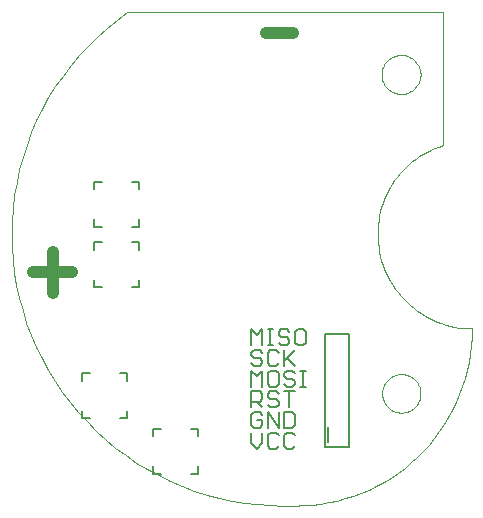
<source format=gto>
G75*
G70*
%OFA0B0*%
%FSLAX24Y24*%
%IPPOS*%
%LPD*%
%AMOC8*
5,1,8,0,0,1.08239X$1,22.5*
%
%ADD10C,0.0000*%
%ADD11C,0.0400*%
%ADD12C,0.0050*%
%ADD13C,0.0060*%
%ADD14C,0.0080*%
D10*
X009193Y008145D02*
X009587Y008145D01*
X012490Y011885D02*
X012492Y011935D01*
X012498Y011985D01*
X012508Y012034D01*
X012521Y012083D01*
X012539Y012130D01*
X012560Y012176D01*
X012584Y012219D01*
X012612Y012261D01*
X012643Y012301D01*
X012677Y012338D01*
X012714Y012372D01*
X012754Y012403D01*
X012796Y012431D01*
X012839Y012455D01*
X012885Y012476D01*
X012932Y012494D01*
X012981Y012507D01*
X013030Y012517D01*
X013080Y012523D01*
X013130Y012525D01*
X013180Y012523D01*
X013230Y012517D01*
X013279Y012507D01*
X013328Y012494D01*
X013375Y012476D01*
X013421Y012455D01*
X013464Y012431D01*
X013506Y012403D01*
X013546Y012372D01*
X013583Y012338D01*
X013617Y012301D01*
X013648Y012261D01*
X013676Y012219D01*
X013700Y012176D01*
X013721Y012130D01*
X013739Y012083D01*
X013752Y012034D01*
X013762Y011985D01*
X013768Y011935D01*
X013770Y011885D01*
X013768Y011835D01*
X013762Y011785D01*
X013752Y011736D01*
X013739Y011687D01*
X013721Y011640D01*
X013700Y011594D01*
X013676Y011551D01*
X013648Y011509D01*
X013617Y011469D01*
X013583Y011432D01*
X013546Y011398D01*
X013506Y011367D01*
X013464Y011339D01*
X013421Y011315D01*
X013375Y011294D01*
X013328Y011276D01*
X013279Y011263D01*
X013230Y011253D01*
X013180Y011247D01*
X013130Y011245D01*
X013080Y011247D01*
X013030Y011253D01*
X012981Y011263D01*
X012932Y011276D01*
X012885Y011294D01*
X012839Y011315D01*
X012796Y011339D01*
X012754Y011367D01*
X012714Y011398D01*
X012677Y011432D01*
X012643Y011469D01*
X012612Y011509D01*
X012584Y011551D01*
X012560Y011594D01*
X012539Y011640D01*
X012521Y011687D01*
X012508Y011736D01*
X012498Y011785D01*
X012492Y011835D01*
X012490Y011885D01*
X015493Y014050D02*
X015486Y013769D01*
X015466Y013489D01*
X015433Y013209D01*
X015386Y012932D01*
X015327Y012658D01*
X015254Y012386D01*
X015168Y012118D01*
X015070Y011855D01*
X014959Y011597D01*
X014836Y011344D01*
X014702Y011097D01*
X014555Y010857D01*
X014398Y010624D01*
X014229Y010399D01*
X014050Y010182D01*
X013861Y009974D01*
X013663Y009776D01*
X013455Y009587D01*
X013238Y009408D01*
X013013Y009239D01*
X012780Y009082D01*
X012540Y008935D01*
X012293Y008801D01*
X012040Y008678D01*
X011782Y008567D01*
X011519Y008469D01*
X011251Y008383D01*
X010979Y008310D01*
X010705Y008251D01*
X010428Y008204D01*
X010148Y008171D01*
X009868Y008151D01*
X009587Y008144D01*
X009193Y008145D02*
X008762Y008155D01*
X008332Y008186D01*
X007904Y008237D01*
X007479Y008309D01*
X007058Y008400D01*
X006642Y008512D01*
X006231Y008643D01*
X005828Y008794D01*
X005431Y008963D01*
X005044Y009152D01*
X004665Y009358D01*
X004297Y009582D01*
X003941Y009824D01*
X003596Y010082D01*
X003263Y010357D01*
X002944Y010647D01*
X002640Y010951D01*
X002350Y011270D01*
X002075Y011603D01*
X001817Y011948D01*
X001575Y012304D01*
X001351Y012673D01*
X001145Y013051D01*
X000956Y013438D01*
X000787Y013835D01*
X000636Y014238D01*
X000505Y014649D01*
X000393Y015065D01*
X000302Y015486D01*
X000230Y015911D01*
X000179Y016339D01*
X000148Y016769D01*
X000138Y017200D01*
X003996Y024601D02*
X004036Y024601D01*
X009311Y024601D01*
X014508Y024601D01*
X014508Y020153D01*
X012471Y022515D02*
X012473Y022565D01*
X012479Y022615D01*
X012489Y022665D01*
X012502Y022713D01*
X012519Y022761D01*
X012540Y022807D01*
X012564Y022851D01*
X012592Y022893D01*
X012623Y022933D01*
X012657Y022970D01*
X012694Y023005D01*
X012733Y023036D01*
X012774Y023065D01*
X012818Y023090D01*
X012864Y023112D01*
X012911Y023130D01*
X012959Y023144D01*
X013008Y023155D01*
X013058Y023162D01*
X013108Y023165D01*
X013159Y023164D01*
X013209Y023159D01*
X013259Y023150D01*
X013307Y023138D01*
X013355Y023121D01*
X013401Y023101D01*
X013446Y023078D01*
X013489Y023051D01*
X013529Y023021D01*
X013567Y022988D01*
X013602Y022952D01*
X013635Y022913D01*
X013664Y022872D01*
X013690Y022829D01*
X013713Y022784D01*
X013732Y022737D01*
X013747Y022689D01*
X013759Y022640D01*
X013767Y022590D01*
X013771Y022540D01*
X013771Y022490D01*
X013767Y022440D01*
X013759Y022390D01*
X013747Y022341D01*
X013732Y022293D01*
X013713Y022246D01*
X013690Y022201D01*
X013664Y022158D01*
X013635Y022117D01*
X013602Y022078D01*
X013567Y022042D01*
X013529Y022009D01*
X013489Y021979D01*
X013446Y021952D01*
X013401Y021929D01*
X013355Y021909D01*
X013307Y021892D01*
X013259Y021880D01*
X013209Y021871D01*
X013159Y021866D01*
X013108Y021865D01*
X013058Y021868D01*
X013008Y021875D01*
X012959Y021886D01*
X012911Y021900D01*
X012864Y021918D01*
X012818Y021940D01*
X012774Y021965D01*
X012733Y021994D01*
X012694Y022025D01*
X012657Y022060D01*
X012623Y022097D01*
X012592Y022137D01*
X012564Y022179D01*
X012540Y022223D01*
X012519Y022269D01*
X012502Y022317D01*
X012489Y022365D01*
X012479Y022415D01*
X012473Y022465D01*
X012471Y022515D01*
X012343Y017239D02*
X012343Y017200D01*
X012342Y017239D02*
X012345Y017383D01*
X012356Y017527D01*
X012373Y017670D01*
X012396Y017812D01*
X012427Y017953D01*
X012464Y018092D01*
X012508Y018229D01*
X012558Y018364D01*
X012614Y018497D01*
X012677Y018626D01*
X012745Y018753D01*
X012820Y018876D01*
X012900Y018996D01*
X012986Y019112D01*
X013078Y019223D01*
X013174Y019330D01*
X013276Y019432D01*
X013382Y019530D01*
X013492Y019622D01*
X013607Y019709D01*
X013726Y019790D01*
X013849Y019866D01*
X013975Y019936D01*
X014104Y019999D01*
X014236Y020057D01*
X014371Y020108D01*
X014508Y020153D01*
X012342Y017200D02*
X012346Y017050D01*
X012356Y016901D01*
X012374Y016752D01*
X012399Y016604D01*
X012431Y016457D01*
X012470Y016313D01*
X012515Y016170D01*
X012568Y016029D01*
X012627Y015891D01*
X012692Y015757D01*
X012764Y015625D01*
X012842Y015497D01*
X012926Y015373D01*
X013016Y015253D01*
X013111Y015137D01*
X013212Y015026D01*
X013318Y014920D01*
X013429Y014819D01*
X013545Y014724D01*
X013665Y014634D01*
X013789Y014550D01*
X013917Y014472D01*
X014049Y014400D01*
X014183Y014335D01*
X014321Y014276D01*
X014462Y014223D01*
X014605Y014178D01*
X014749Y014139D01*
X014896Y014107D01*
X015044Y014082D01*
X015193Y014064D01*
X015342Y014054D01*
X015492Y014050D01*
X003996Y024602D02*
X003647Y024345D01*
X003310Y024072D01*
X002987Y023782D01*
X002678Y023478D01*
X002384Y023159D01*
X002105Y022826D01*
X001843Y022481D01*
X001598Y022123D01*
X001370Y021753D01*
X001161Y021374D01*
X000969Y020984D01*
X000797Y020586D01*
X000644Y020180D01*
X000511Y019767D01*
X000397Y019349D01*
X000304Y018925D01*
X000232Y018497D01*
X000180Y018066D01*
X000148Y017634D01*
X000138Y017200D01*
D11*
X000866Y015920D02*
X002146Y015920D01*
X001516Y016590D02*
X001516Y015231D01*
X008622Y023912D02*
X009508Y023912D01*
D12*
X009676Y014026D02*
X009585Y013935D01*
X009585Y013575D01*
X009676Y013485D01*
X009856Y013485D01*
X009946Y013575D01*
X009946Y013935D01*
X009856Y014026D01*
X009676Y014026D01*
X009402Y013935D02*
X009312Y014026D01*
X009132Y014026D01*
X009042Y013935D01*
X009042Y013845D01*
X009132Y013755D01*
X009312Y013755D01*
X009402Y013665D01*
X009402Y013575D01*
X009312Y013485D01*
X009132Y013485D01*
X009042Y013575D01*
X008859Y013485D02*
X008679Y013485D01*
X008769Y013485D02*
X008769Y014026D01*
X008679Y014026D02*
X008859Y014026D01*
X008496Y014026D02*
X008496Y013485D01*
X008406Y013337D02*
X008226Y013337D01*
X008135Y013246D01*
X008135Y013156D01*
X008226Y013066D01*
X008406Y013066D01*
X008496Y012976D01*
X008496Y012886D01*
X008406Y012796D01*
X008226Y012796D01*
X008135Y012886D01*
X008135Y012648D02*
X008316Y012467D01*
X008496Y012648D01*
X008496Y012107D01*
X008406Y011959D02*
X008496Y011869D01*
X008496Y011688D01*
X008406Y011598D01*
X008135Y011598D01*
X008135Y011418D02*
X008135Y011959D01*
X008406Y011959D01*
X008135Y012107D02*
X008135Y012648D01*
X008679Y012558D02*
X008679Y012197D01*
X008769Y012107D01*
X008950Y012107D01*
X009040Y012197D01*
X009040Y012558D01*
X008950Y012648D01*
X008769Y012648D01*
X008679Y012558D01*
X008769Y012796D02*
X008679Y012886D01*
X008679Y013246D01*
X008769Y013337D01*
X008950Y013337D01*
X009040Y013246D01*
X009223Y013337D02*
X009223Y012796D01*
X009313Y012648D02*
X009223Y012558D01*
X009223Y012467D01*
X009313Y012377D01*
X009493Y012377D01*
X009584Y012287D01*
X009584Y012197D01*
X009493Y012107D01*
X009313Y012107D01*
X009223Y012197D01*
X009223Y011959D02*
X009584Y011959D01*
X009403Y011959D02*
X009403Y011418D01*
X009493Y011270D02*
X009223Y011270D01*
X009223Y010729D01*
X009493Y010729D01*
X009584Y010819D01*
X009584Y011180D01*
X009493Y011270D01*
X009040Y011270D02*
X009040Y010729D01*
X008679Y011270D01*
X008679Y010729D01*
X008769Y010581D02*
X008679Y010491D01*
X008679Y010130D01*
X008769Y010040D01*
X008950Y010040D01*
X009040Y010130D01*
X009040Y010491D02*
X008950Y010581D01*
X008769Y010581D01*
X008496Y010581D02*
X008496Y010220D01*
X008316Y010040D01*
X008135Y010220D01*
X008135Y010581D01*
X008226Y010729D02*
X008406Y010729D01*
X008496Y010819D01*
X008496Y010999D01*
X008316Y010999D01*
X008496Y011180D02*
X008406Y011270D01*
X008226Y011270D01*
X008135Y011180D01*
X008135Y010819D01*
X008226Y010729D01*
X008496Y011418D02*
X008316Y011598D01*
X008679Y011508D02*
X008769Y011418D01*
X008950Y011418D01*
X009040Y011508D01*
X009040Y011598D01*
X008950Y011688D01*
X008769Y011688D01*
X008679Y011778D01*
X008679Y011869D01*
X008769Y011959D01*
X008950Y011959D01*
X009040Y011869D01*
X009313Y012648D02*
X009493Y012648D01*
X009584Y012558D01*
X009767Y012648D02*
X009947Y012648D01*
X009857Y012648D02*
X009857Y012107D01*
X009767Y012107D02*
X009947Y012107D01*
X009584Y012796D02*
X009313Y013066D01*
X009223Y012976D02*
X009584Y013337D01*
X009040Y012886D02*
X008950Y012796D01*
X008769Y012796D01*
X008496Y013246D02*
X008406Y013337D01*
X008135Y013485D02*
X008135Y014026D01*
X008316Y013845D01*
X008496Y014026D01*
X009313Y010581D02*
X009223Y010491D01*
X009223Y010130D01*
X009313Y010040D01*
X009493Y010040D01*
X009584Y010130D01*
X009584Y010491D02*
X009493Y010581D01*
X009313Y010581D01*
D13*
X004860Y009456D02*
X004860Y009206D01*
X005110Y009206D01*
X004860Y010456D02*
X004860Y010706D01*
X005110Y010706D01*
X006110Y010706D02*
X006360Y010706D01*
X006360Y010456D01*
X006360Y009456D02*
X006360Y009206D01*
X006110Y009206D01*
X003998Y011056D02*
X003748Y011056D01*
X003998Y011056D02*
X003998Y011306D01*
X003998Y012306D02*
X003998Y012556D01*
X003748Y012556D01*
X002748Y012556D02*
X002498Y012556D01*
X002498Y012306D01*
X002498Y011306D02*
X002498Y011056D01*
X002748Y011056D01*
X002892Y015426D02*
X002892Y015676D01*
X002892Y015426D02*
X003142Y015426D01*
X002892Y016676D02*
X002892Y016926D01*
X003142Y016926D01*
X003142Y017434D02*
X002892Y017434D01*
X002892Y017684D01*
X002892Y018684D02*
X002892Y018934D01*
X003142Y018934D01*
X004142Y018934D02*
X004392Y018934D01*
X004392Y018684D01*
X004392Y017684D02*
X004392Y017434D01*
X004142Y017434D01*
X004142Y016926D02*
X004392Y016926D01*
X004392Y016676D01*
X004392Y015676D02*
X004392Y015426D01*
X004142Y015426D01*
D14*
X010591Y013853D02*
X010591Y010113D01*
X011378Y010113D01*
X011378Y013853D01*
X010591Y013853D01*
X010685Y010751D02*
X010685Y010251D01*
M02*

</source>
